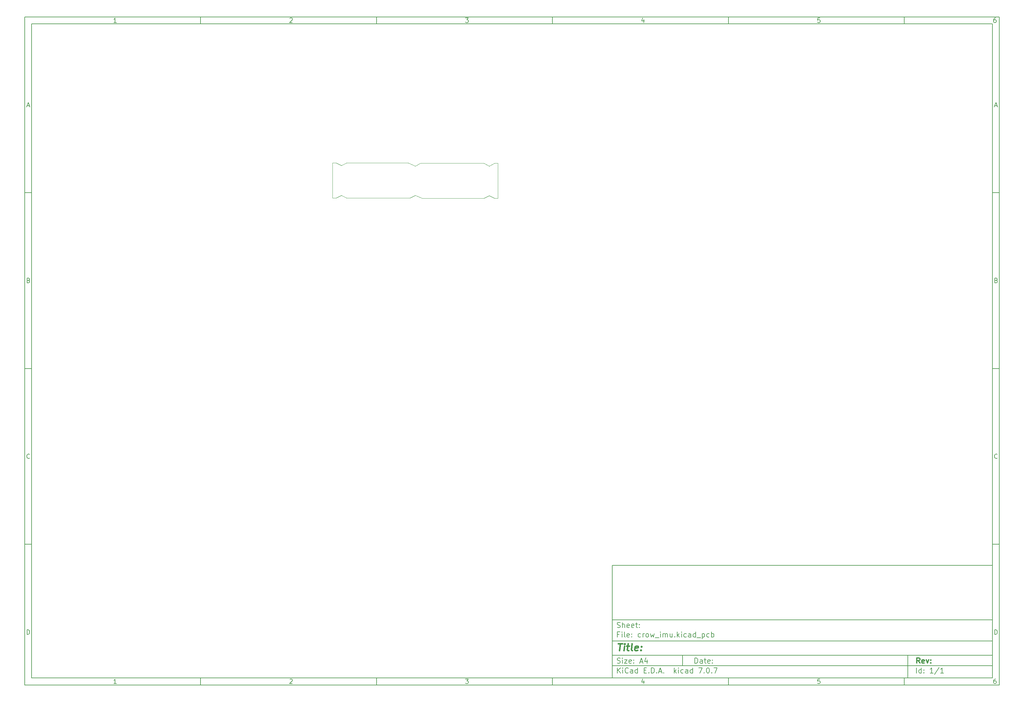
<source format=gko>
%TF.GenerationSoftware,KiCad,Pcbnew,7.0.7*%
%TF.CreationDate,2024-01-01T11:16:14+09:00*%
%TF.ProjectId,crow_imu,63726f77-5f69-46d7-952e-6b696361645f,rev?*%
%TF.SameCoordinates,Original*%
%TF.FileFunction,Profile,NP*%
%FSLAX46Y46*%
G04 Gerber Fmt 4.6, Leading zero omitted, Abs format (unit mm)*
G04 Created by KiCad (PCBNEW 7.0.7) date 2024-01-01 11:16:14*
%MOMM*%
%LPD*%
G01*
G04 APERTURE LIST*
%ADD10C,0.100000*%
%ADD11C,0.150000*%
%ADD12C,0.300000*%
%ADD13C,0.400000*%
%TA.AperFunction,Profile*%
%ADD14C,0.050000*%
%TD*%
G04 APERTURE END LIST*
D10*
D11*
X177002200Y-166007200D02*
X285002200Y-166007200D01*
X285002200Y-198007200D01*
X177002200Y-198007200D01*
X177002200Y-166007200D01*
D10*
D11*
X10000000Y-10000000D02*
X287002200Y-10000000D01*
X287002200Y-200007200D01*
X10000000Y-200007200D01*
X10000000Y-10000000D01*
D10*
D11*
X12000000Y-12000000D02*
X285002200Y-12000000D01*
X285002200Y-198007200D01*
X12000000Y-198007200D01*
X12000000Y-12000000D01*
D10*
D11*
X60000000Y-12000000D02*
X60000000Y-10000000D01*
D10*
D11*
X110000000Y-12000000D02*
X110000000Y-10000000D01*
D10*
D11*
X160000000Y-12000000D02*
X160000000Y-10000000D01*
D10*
D11*
X210000000Y-12000000D02*
X210000000Y-10000000D01*
D10*
D11*
X260000000Y-12000000D02*
X260000000Y-10000000D01*
D10*
D11*
X36089160Y-11593604D02*
X35346303Y-11593604D01*
X35717731Y-11593604D02*
X35717731Y-10293604D01*
X35717731Y-10293604D02*
X35593922Y-10479319D01*
X35593922Y-10479319D02*
X35470112Y-10603128D01*
X35470112Y-10603128D02*
X35346303Y-10665033D01*
D10*
D11*
X85346303Y-10417414D02*
X85408207Y-10355509D01*
X85408207Y-10355509D02*
X85532017Y-10293604D01*
X85532017Y-10293604D02*
X85841541Y-10293604D01*
X85841541Y-10293604D02*
X85965350Y-10355509D01*
X85965350Y-10355509D02*
X86027255Y-10417414D01*
X86027255Y-10417414D02*
X86089160Y-10541223D01*
X86089160Y-10541223D02*
X86089160Y-10665033D01*
X86089160Y-10665033D02*
X86027255Y-10850747D01*
X86027255Y-10850747D02*
X85284398Y-11593604D01*
X85284398Y-11593604D02*
X86089160Y-11593604D01*
D10*
D11*
X135284398Y-10293604D02*
X136089160Y-10293604D01*
X136089160Y-10293604D02*
X135655826Y-10788842D01*
X135655826Y-10788842D02*
X135841541Y-10788842D01*
X135841541Y-10788842D02*
X135965350Y-10850747D01*
X135965350Y-10850747D02*
X136027255Y-10912652D01*
X136027255Y-10912652D02*
X136089160Y-11036461D01*
X136089160Y-11036461D02*
X136089160Y-11345985D01*
X136089160Y-11345985D02*
X136027255Y-11469795D01*
X136027255Y-11469795D02*
X135965350Y-11531700D01*
X135965350Y-11531700D02*
X135841541Y-11593604D01*
X135841541Y-11593604D02*
X135470112Y-11593604D01*
X135470112Y-11593604D02*
X135346303Y-11531700D01*
X135346303Y-11531700D02*
X135284398Y-11469795D01*
D10*
D11*
X185965350Y-10726938D02*
X185965350Y-11593604D01*
X185655826Y-10231700D02*
X185346303Y-11160271D01*
X185346303Y-11160271D02*
X186151064Y-11160271D01*
D10*
D11*
X236027255Y-10293604D02*
X235408207Y-10293604D01*
X235408207Y-10293604D02*
X235346303Y-10912652D01*
X235346303Y-10912652D02*
X235408207Y-10850747D01*
X235408207Y-10850747D02*
X235532017Y-10788842D01*
X235532017Y-10788842D02*
X235841541Y-10788842D01*
X235841541Y-10788842D02*
X235965350Y-10850747D01*
X235965350Y-10850747D02*
X236027255Y-10912652D01*
X236027255Y-10912652D02*
X236089160Y-11036461D01*
X236089160Y-11036461D02*
X236089160Y-11345985D01*
X236089160Y-11345985D02*
X236027255Y-11469795D01*
X236027255Y-11469795D02*
X235965350Y-11531700D01*
X235965350Y-11531700D02*
X235841541Y-11593604D01*
X235841541Y-11593604D02*
X235532017Y-11593604D01*
X235532017Y-11593604D02*
X235408207Y-11531700D01*
X235408207Y-11531700D02*
X235346303Y-11469795D01*
D10*
D11*
X285965350Y-10293604D02*
X285717731Y-10293604D01*
X285717731Y-10293604D02*
X285593922Y-10355509D01*
X285593922Y-10355509D02*
X285532017Y-10417414D01*
X285532017Y-10417414D02*
X285408207Y-10603128D01*
X285408207Y-10603128D02*
X285346303Y-10850747D01*
X285346303Y-10850747D02*
X285346303Y-11345985D01*
X285346303Y-11345985D02*
X285408207Y-11469795D01*
X285408207Y-11469795D02*
X285470112Y-11531700D01*
X285470112Y-11531700D02*
X285593922Y-11593604D01*
X285593922Y-11593604D02*
X285841541Y-11593604D01*
X285841541Y-11593604D02*
X285965350Y-11531700D01*
X285965350Y-11531700D02*
X286027255Y-11469795D01*
X286027255Y-11469795D02*
X286089160Y-11345985D01*
X286089160Y-11345985D02*
X286089160Y-11036461D01*
X286089160Y-11036461D02*
X286027255Y-10912652D01*
X286027255Y-10912652D02*
X285965350Y-10850747D01*
X285965350Y-10850747D02*
X285841541Y-10788842D01*
X285841541Y-10788842D02*
X285593922Y-10788842D01*
X285593922Y-10788842D02*
X285470112Y-10850747D01*
X285470112Y-10850747D02*
X285408207Y-10912652D01*
X285408207Y-10912652D02*
X285346303Y-11036461D01*
D10*
D11*
X60000000Y-198007200D02*
X60000000Y-200007200D01*
D10*
D11*
X110000000Y-198007200D02*
X110000000Y-200007200D01*
D10*
D11*
X160000000Y-198007200D02*
X160000000Y-200007200D01*
D10*
D11*
X210000000Y-198007200D02*
X210000000Y-200007200D01*
D10*
D11*
X260000000Y-198007200D02*
X260000000Y-200007200D01*
D10*
D11*
X36089160Y-199600804D02*
X35346303Y-199600804D01*
X35717731Y-199600804D02*
X35717731Y-198300804D01*
X35717731Y-198300804D02*
X35593922Y-198486519D01*
X35593922Y-198486519D02*
X35470112Y-198610328D01*
X35470112Y-198610328D02*
X35346303Y-198672233D01*
D10*
D11*
X85346303Y-198424614D02*
X85408207Y-198362709D01*
X85408207Y-198362709D02*
X85532017Y-198300804D01*
X85532017Y-198300804D02*
X85841541Y-198300804D01*
X85841541Y-198300804D02*
X85965350Y-198362709D01*
X85965350Y-198362709D02*
X86027255Y-198424614D01*
X86027255Y-198424614D02*
X86089160Y-198548423D01*
X86089160Y-198548423D02*
X86089160Y-198672233D01*
X86089160Y-198672233D02*
X86027255Y-198857947D01*
X86027255Y-198857947D02*
X85284398Y-199600804D01*
X85284398Y-199600804D02*
X86089160Y-199600804D01*
D10*
D11*
X135284398Y-198300804D02*
X136089160Y-198300804D01*
X136089160Y-198300804D02*
X135655826Y-198796042D01*
X135655826Y-198796042D02*
X135841541Y-198796042D01*
X135841541Y-198796042D02*
X135965350Y-198857947D01*
X135965350Y-198857947D02*
X136027255Y-198919852D01*
X136027255Y-198919852D02*
X136089160Y-199043661D01*
X136089160Y-199043661D02*
X136089160Y-199353185D01*
X136089160Y-199353185D02*
X136027255Y-199476995D01*
X136027255Y-199476995D02*
X135965350Y-199538900D01*
X135965350Y-199538900D02*
X135841541Y-199600804D01*
X135841541Y-199600804D02*
X135470112Y-199600804D01*
X135470112Y-199600804D02*
X135346303Y-199538900D01*
X135346303Y-199538900D02*
X135284398Y-199476995D01*
D10*
D11*
X185965350Y-198734138D02*
X185965350Y-199600804D01*
X185655826Y-198238900D02*
X185346303Y-199167471D01*
X185346303Y-199167471D02*
X186151064Y-199167471D01*
D10*
D11*
X236027255Y-198300804D02*
X235408207Y-198300804D01*
X235408207Y-198300804D02*
X235346303Y-198919852D01*
X235346303Y-198919852D02*
X235408207Y-198857947D01*
X235408207Y-198857947D02*
X235532017Y-198796042D01*
X235532017Y-198796042D02*
X235841541Y-198796042D01*
X235841541Y-198796042D02*
X235965350Y-198857947D01*
X235965350Y-198857947D02*
X236027255Y-198919852D01*
X236027255Y-198919852D02*
X236089160Y-199043661D01*
X236089160Y-199043661D02*
X236089160Y-199353185D01*
X236089160Y-199353185D02*
X236027255Y-199476995D01*
X236027255Y-199476995D02*
X235965350Y-199538900D01*
X235965350Y-199538900D02*
X235841541Y-199600804D01*
X235841541Y-199600804D02*
X235532017Y-199600804D01*
X235532017Y-199600804D02*
X235408207Y-199538900D01*
X235408207Y-199538900D02*
X235346303Y-199476995D01*
D10*
D11*
X285965350Y-198300804D02*
X285717731Y-198300804D01*
X285717731Y-198300804D02*
X285593922Y-198362709D01*
X285593922Y-198362709D02*
X285532017Y-198424614D01*
X285532017Y-198424614D02*
X285408207Y-198610328D01*
X285408207Y-198610328D02*
X285346303Y-198857947D01*
X285346303Y-198857947D02*
X285346303Y-199353185D01*
X285346303Y-199353185D02*
X285408207Y-199476995D01*
X285408207Y-199476995D02*
X285470112Y-199538900D01*
X285470112Y-199538900D02*
X285593922Y-199600804D01*
X285593922Y-199600804D02*
X285841541Y-199600804D01*
X285841541Y-199600804D02*
X285965350Y-199538900D01*
X285965350Y-199538900D02*
X286027255Y-199476995D01*
X286027255Y-199476995D02*
X286089160Y-199353185D01*
X286089160Y-199353185D02*
X286089160Y-199043661D01*
X286089160Y-199043661D02*
X286027255Y-198919852D01*
X286027255Y-198919852D02*
X285965350Y-198857947D01*
X285965350Y-198857947D02*
X285841541Y-198796042D01*
X285841541Y-198796042D02*
X285593922Y-198796042D01*
X285593922Y-198796042D02*
X285470112Y-198857947D01*
X285470112Y-198857947D02*
X285408207Y-198919852D01*
X285408207Y-198919852D02*
X285346303Y-199043661D01*
D10*
D11*
X10000000Y-60000000D02*
X12000000Y-60000000D01*
D10*
D11*
X10000000Y-110000000D02*
X12000000Y-110000000D01*
D10*
D11*
X10000000Y-160000000D02*
X12000000Y-160000000D01*
D10*
D11*
X10690476Y-35222176D02*
X11309523Y-35222176D01*
X10566666Y-35593604D02*
X10999999Y-34293604D01*
X10999999Y-34293604D02*
X11433333Y-35593604D01*
D10*
D11*
X11092857Y-84912652D02*
X11278571Y-84974557D01*
X11278571Y-84974557D02*
X11340476Y-85036461D01*
X11340476Y-85036461D02*
X11402380Y-85160271D01*
X11402380Y-85160271D02*
X11402380Y-85345985D01*
X11402380Y-85345985D02*
X11340476Y-85469795D01*
X11340476Y-85469795D02*
X11278571Y-85531700D01*
X11278571Y-85531700D02*
X11154761Y-85593604D01*
X11154761Y-85593604D02*
X10659523Y-85593604D01*
X10659523Y-85593604D02*
X10659523Y-84293604D01*
X10659523Y-84293604D02*
X11092857Y-84293604D01*
X11092857Y-84293604D02*
X11216666Y-84355509D01*
X11216666Y-84355509D02*
X11278571Y-84417414D01*
X11278571Y-84417414D02*
X11340476Y-84541223D01*
X11340476Y-84541223D02*
X11340476Y-84665033D01*
X11340476Y-84665033D02*
X11278571Y-84788842D01*
X11278571Y-84788842D02*
X11216666Y-84850747D01*
X11216666Y-84850747D02*
X11092857Y-84912652D01*
X11092857Y-84912652D02*
X10659523Y-84912652D01*
D10*
D11*
X11402380Y-135469795D02*
X11340476Y-135531700D01*
X11340476Y-135531700D02*
X11154761Y-135593604D01*
X11154761Y-135593604D02*
X11030952Y-135593604D01*
X11030952Y-135593604D02*
X10845238Y-135531700D01*
X10845238Y-135531700D02*
X10721428Y-135407890D01*
X10721428Y-135407890D02*
X10659523Y-135284080D01*
X10659523Y-135284080D02*
X10597619Y-135036461D01*
X10597619Y-135036461D02*
X10597619Y-134850747D01*
X10597619Y-134850747D02*
X10659523Y-134603128D01*
X10659523Y-134603128D02*
X10721428Y-134479319D01*
X10721428Y-134479319D02*
X10845238Y-134355509D01*
X10845238Y-134355509D02*
X11030952Y-134293604D01*
X11030952Y-134293604D02*
X11154761Y-134293604D01*
X11154761Y-134293604D02*
X11340476Y-134355509D01*
X11340476Y-134355509D02*
X11402380Y-134417414D01*
D10*
D11*
X10659523Y-185593604D02*
X10659523Y-184293604D01*
X10659523Y-184293604D02*
X10969047Y-184293604D01*
X10969047Y-184293604D02*
X11154761Y-184355509D01*
X11154761Y-184355509D02*
X11278571Y-184479319D01*
X11278571Y-184479319D02*
X11340476Y-184603128D01*
X11340476Y-184603128D02*
X11402380Y-184850747D01*
X11402380Y-184850747D02*
X11402380Y-185036461D01*
X11402380Y-185036461D02*
X11340476Y-185284080D01*
X11340476Y-185284080D02*
X11278571Y-185407890D01*
X11278571Y-185407890D02*
X11154761Y-185531700D01*
X11154761Y-185531700D02*
X10969047Y-185593604D01*
X10969047Y-185593604D02*
X10659523Y-185593604D01*
D10*
D11*
X287002200Y-60000000D02*
X285002200Y-60000000D01*
D10*
D11*
X287002200Y-110000000D02*
X285002200Y-110000000D01*
D10*
D11*
X287002200Y-160000000D02*
X285002200Y-160000000D01*
D10*
D11*
X285692676Y-35222176D02*
X286311723Y-35222176D01*
X285568866Y-35593604D02*
X286002199Y-34293604D01*
X286002199Y-34293604D02*
X286435533Y-35593604D01*
D10*
D11*
X286095057Y-84912652D02*
X286280771Y-84974557D01*
X286280771Y-84974557D02*
X286342676Y-85036461D01*
X286342676Y-85036461D02*
X286404580Y-85160271D01*
X286404580Y-85160271D02*
X286404580Y-85345985D01*
X286404580Y-85345985D02*
X286342676Y-85469795D01*
X286342676Y-85469795D02*
X286280771Y-85531700D01*
X286280771Y-85531700D02*
X286156961Y-85593604D01*
X286156961Y-85593604D02*
X285661723Y-85593604D01*
X285661723Y-85593604D02*
X285661723Y-84293604D01*
X285661723Y-84293604D02*
X286095057Y-84293604D01*
X286095057Y-84293604D02*
X286218866Y-84355509D01*
X286218866Y-84355509D02*
X286280771Y-84417414D01*
X286280771Y-84417414D02*
X286342676Y-84541223D01*
X286342676Y-84541223D02*
X286342676Y-84665033D01*
X286342676Y-84665033D02*
X286280771Y-84788842D01*
X286280771Y-84788842D02*
X286218866Y-84850747D01*
X286218866Y-84850747D02*
X286095057Y-84912652D01*
X286095057Y-84912652D02*
X285661723Y-84912652D01*
D10*
D11*
X286404580Y-135469795D02*
X286342676Y-135531700D01*
X286342676Y-135531700D02*
X286156961Y-135593604D01*
X286156961Y-135593604D02*
X286033152Y-135593604D01*
X286033152Y-135593604D02*
X285847438Y-135531700D01*
X285847438Y-135531700D02*
X285723628Y-135407890D01*
X285723628Y-135407890D02*
X285661723Y-135284080D01*
X285661723Y-135284080D02*
X285599819Y-135036461D01*
X285599819Y-135036461D02*
X285599819Y-134850747D01*
X285599819Y-134850747D02*
X285661723Y-134603128D01*
X285661723Y-134603128D02*
X285723628Y-134479319D01*
X285723628Y-134479319D02*
X285847438Y-134355509D01*
X285847438Y-134355509D02*
X286033152Y-134293604D01*
X286033152Y-134293604D02*
X286156961Y-134293604D01*
X286156961Y-134293604D02*
X286342676Y-134355509D01*
X286342676Y-134355509D02*
X286404580Y-134417414D01*
D10*
D11*
X285661723Y-185593604D02*
X285661723Y-184293604D01*
X285661723Y-184293604D02*
X285971247Y-184293604D01*
X285971247Y-184293604D02*
X286156961Y-184355509D01*
X286156961Y-184355509D02*
X286280771Y-184479319D01*
X286280771Y-184479319D02*
X286342676Y-184603128D01*
X286342676Y-184603128D02*
X286404580Y-184850747D01*
X286404580Y-184850747D02*
X286404580Y-185036461D01*
X286404580Y-185036461D02*
X286342676Y-185284080D01*
X286342676Y-185284080D02*
X286280771Y-185407890D01*
X286280771Y-185407890D02*
X286156961Y-185531700D01*
X286156961Y-185531700D02*
X285971247Y-185593604D01*
X285971247Y-185593604D02*
X285661723Y-185593604D01*
D10*
D11*
X200458026Y-193793328D02*
X200458026Y-192293328D01*
X200458026Y-192293328D02*
X200815169Y-192293328D01*
X200815169Y-192293328D02*
X201029455Y-192364757D01*
X201029455Y-192364757D02*
X201172312Y-192507614D01*
X201172312Y-192507614D02*
X201243741Y-192650471D01*
X201243741Y-192650471D02*
X201315169Y-192936185D01*
X201315169Y-192936185D02*
X201315169Y-193150471D01*
X201315169Y-193150471D02*
X201243741Y-193436185D01*
X201243741Y-193436185D02*
X201172312Y-193579042D01*
X201172312Y-193579042D02*
X201029455Y-193721900D01*
X201029455Y-193721900D02*
X200815169Y-193793328D01*
X200815169Y-193793328D02*
X200458026Y-193793328D01*
X202600884Y-193793328D02*
X202600884Y-193007614D01*
X202600884Y-193007614D02*
X202529455Y-192864757D01*
X202529455Y-192864757D02*
X202386598Y-192793328D01*
X202386598Y-192793328D02*
X202100884Y-192793328D01*
X202100884Y-192793328D02*
X201958026Y-192864757D01*
X202600884Y-193721900D02*
X202458026Y-193793328D01*
X202458026Y-193793328D02*
X202100884Y-193793328D01*
X202100884Y-193793328D02*
X201958026Y-193721900D01*
X201958026Y-193721900D02*
X201886598Y-193579042D01*
X201886598Y-193579042D02*
X201886598Y-193436185D01*
X201886598Y-193436185D02*
X201958026Y-193293328D01*
X201958026Y-193293328D02*
X202100884Y-193221900D01*
X202100884Y-193221900D02*
X202458026Y-193221900D01*
X202458026Y-193221900D02*
X202600884Y-193150471D01*
X203100884Y-192793328D02*
X203672312Y-192793328D01*
X203315169Y-192293328D02*
X203315169Y-193579042D01*
X203315169Y-193579042D02*
X203386598Y-193721900D01*
X203386598Y-193721900D02*
X203529455Y-193793328D01*
X203529455Y-193793328D02*
X203672312Y-193793328D01*
X204743741Y-193721900D02*
X204600884Y-193793328D01*
X204600884Y-193793328D02*
X204315170Y-193793328D01*
X204315170Y-193793328D02*
X204172312Y-193721900D01*
X204172312Y-193721900D02*
X204100884Y-193579042D01*
X204100884Y-193579042D02*
X204100884Y-193007614D01*
X204100884Y-193007614D02*
X204172312Y-192864757D01*
X204172312Y-192864757D02*
X204315170Y-192793328D01*
X204315170Y-192793328D02*
X204600884Y-192793328D01*
X204600884Y-192793328D02*
X204743741Y-192864757D01*
X204743741Y-192864757D02*
X204815170Y-193007614D01*
X204815170Y-193007614D02*
X204815170Y-193150471D01*
X204815170Y-193150471D02*
X204100884Y-193293328D01*
X205458026Y-193650471D02*
X205529455Y-193721900D01*
X205529455Y-193721900D02*
X205458026Y-193793328D01*
X205458026Y-193793328D02*
X205386598Y-193721900D01*
X205386598Y-193721900D02*
X205458026Y-193650471D01*
X205458026Y-193650471D02*
X205458026Y-193793328D01*
X205458026Y-192864757D02*
X205529455Y-192936185D01*
X205529455Y-192936185D02*
X205458026Y-193007614D01*
X205458026Y-193007614D02*
X205386598Y-192936185D01*
X205386598Y-192936185D02*
X205458026Y-192864757D01*
X205458026Y-192864757D02*
X205458026Y-193007614D01*
D10*
D11*
X177002200Y-194507200D02*
X285002200Y-194507200D01*
D10*
D11*
X178458026Y-196593328D02*
X178458026Y-195093328D01*
X179315169Y-196593328D02*
X178672312Y-195736185D01*
X179315169Y-195093328D02*
X178458026Y-195950471D01*
X179958026Y-196593328D02*
X179958026Y-195593328D01*
X179958026Y-195093328D02*
X179886598Y-195164757D01*
X179886598Y-195164757D02*
X179958026Y-195236185D01*
X179958026Y-195236185D02*
X180029455Y-195164757D01*
X180029455Y-195164757D02*
X179958026Y-195093328D01*
X179958026Y-195093328D02*
X179958026Y-195236185D01*
X181529455Y-196450471D02*
X181458027Y-196521900D01*
X181458027Y-196521900D02*
X181243741Y-196593328D01*
X181243741Y-196593328D02*
X181100884Y-196593328D01*
X181100884Y-196593328D02*
X180886598Y-196521900D01*
X180886598Y-196521900D02*
X180743741Y-196379042D01*
X180743741Y-196379042D02*
X180672312Y-196236185D01*
X180672312Y-196236185D02*
X180600884Y-195950471D01*
X180600884Y-195950471D02*
X180600884Y-195736185D01*
X180600884Y-195736185D02*
X180672312Y-195450471D01*
X180672312Y-195450471D02*
X180743741Y-195307614D01*
X180743741Y-195307614D02*
X180886598Y-195164757D01*
X180886598Y-195164757D02*
X181100884Y-195093328D01*
X181100884Y-195093328D02*
X181243741Y-195093328D01*
X181243741Y-195093328D02*
X181458027Y-195164757D01*
X181458027Y-195164757D02*
X181529455Y-195236185D01*
X182815170Y-196593328D02*
X182815170Y-195807614D01*
X182815170Y-195807614D02*
X182743741Y-195664757D01*
X182743741Y-195664757D02*
X182600884Y-195593328D01*
X182600884Y-195593328D02*
X182315170Y-195593328D01*
X182315170Y-195593328D02*
X182172312Y-195664757D01*
X182815170Y-196521900D02*
X182672312Y-196593328D01*
X182672312Y-196593328D02*
X182315170Y-196593328D01*
X182315170Y-196593328D02*
X182172312Y-196521900D01*
X182172312Y-196521900D02*
X182100884Y-196379042D01*
X182100884Y-196379042D02*
X182100884Y-196236185D01*
X182100884Y-196236185D02*
X182172312Y-196093328D01*
X182172312Y-196093328D02*
X182315170Y-196021900D01*
X182315170Y-196021900D02*
X182672312Y-196021900D01*
X182672312Y-196021900D02*
X182815170Y-195950471D01*
X184172313Y-196593328D02*
X184172313Y-195093328D01*
X184172313Y-196521900D02*
X184029455Y-196593328D01*
X184029455Y-196593328D02*
X183743741Y-196593328D01*
X183743741Y-196593328D02*
X183600884Y-196521900D01*
X183600884Y-196521900D02*
X183529455Y-196450471D01*
X183529455Y-196450471D02*
X183458027Y-196307614D01*
X183458027Y-196307614D02*
X183458027Y-195879042D01*
X183458027Y-195879042D02*
X183529455Y-195736185D01*
X183529455Y-195736185D02*
X183600884Y-195664757D01*
X183600884Y-195664757D02*
X183743741Y-195593328D01*
X183743741Y-195593328D02*
X184029455Y-195593328D01*
X184029455Y-195593328D02*
X184172313Y-195664757D01*
X186029455Y-195807614D02*
X186529455Y-195807614D01*
X186743741Y-196593328D02*
X186029455Y-196593328D01*
X186029455Y-196593328D02*
X186029455Y-195093328D01*
X186029455Y-195093328D02*
X186743741Y-195093328D01*
X187386598Y-196450471D02*
X187458027Y-196521900D01*
X187458027Y-196521900D02*
X187386598Y-196593328D01*
X187386598Y-196593328D02*
X187315170Y-196521900D01*
X187315170Y-196521900D02*
X187386598Y-196450471D01*
X187386598Y-196450471D02*
X187386598Y-196593328D01*
X188100884Y-196593328D02*
X188100884Y-195093328D01*
X188100884Y-195093328D02*
X188458027Y-195093328D01*
X188458027Y-195093328D02*
X188672313Y-195164757D01*
X188672313Y-195164757D02*
X188815170Y-195307614D01*
X188815170Y-195307614D02*
X188886599Y-195450471D01*
X188886599Y-195450471D02*
X188958027Y-195736185D01*
X188958027Y-195736185D02*
X188958027Y-195950471D01*
X188958027Y-195950471D02*
X188886599Y-196236185D01*
X188886599Y-196236185D02*
X188815170Y-196379042D01*
X188815170Y-196379042D02*
X188672313Y-196521900D01*
X188672313Y-196521900D02*
X188458027Y-196593328D01*
X188458027Y-196593328D02*
X188100884Y-196593328D01*
X189600884Y-196450471D02*
X189672313Y-196521900D01*
X189672313Y-196521900D02*
X189600884Y-196593328D01*
X189600884Y-196593328D02*
X189529456Y-196521900D01*
X189529456Y-196521900D02*
X189600884Y-196450471D01*
X189600884Y-196450471D02*
X189600884Y-196593328D01*
X190243742Y-196164757D02*
X190958028Y-196164757D01*
X190100885Y-196593328D02*
X190600885Y-195093328D01*
X190600885Y-195093328D02*
X191100885Y-196593328D01*
X191600884Y-196450471D02*
X191672313Y-196521900D01*
X191672313Y-196521900D02*
X191600884Y-196593328D01*
X191600884Y-196593328D02*
X191529456Y-196521900D01*
X191529456Y-196521900D02*
X191600884Y-196450471D01*
X191600884Y-196450471D02*
X191600884Y-196593328D01*
X194600884Y-196593328D02*
X194600884Y-195093328D01*
X194743742Y-196021900D02*
X195172313Y-196593328D01*
X195172313Y-195593328D02*
X194600884Y-196164757D01*
X195815170Y-196593328D02*
X195815170Y-195593328D01*
X195815170Y-195093328D02*
X195743742Y-195164757D01*
X195743742Y-195164757D02*
X195815170Y-195236185D01*
X195815170Y-195236185D02*
X195886599Y-195164757D01*
X195886599Y-195164757D02*
X195815170Y-195093328D01*
X195815170Y-195093328D02*
X195815170Y-195236185D01*
X197172314Y-196521900D02*
X197029456Y-196593328D01*
X197029456Y-196593328D02*
X196743742Y-196593328D01*
X196743742Y-196593328D02*
X196600885Y-196521900D01*
X196600885Y-196521900D02*
X196529456Y-196450471D01*
X196529456Y-196450471D02*
X196458028Y-196307614D01*
X196458028Y-196307614D02*
X196458028Y-195879042D01*
X196458028Y-195879042D02*
X196529456Y-195736185D01*
X196529456Y-195736185D02*
X196600885Y-195664757D01*
X196600885Y-195664757D02*
X196743742Y-195593328D01*
X196743742Y-195593328D02*
X197029456Y-195593328D01*
X197029456Y-195593328D02*
X197172314Y-195664757D01*
X198458028Y-196593328D02*
X198458028Y-195807614D01*
X198458028Y-195807614D02*
X198386599Y-195664757D01*
X198386599Y-195664757D02*
X198243742Y-195593328D01*
X198243742Y-195593328D02*
X197958028Y-195593328D01*
X197958028Y-195593328D02*
X197815170Y-195664757D01*
X198458028Y-196521900D02*
X198315170Y-196593328D01*
X198315170Y-196593328D02*
X197958028Y-196593328D01*
X197958028Y-196593328D02*
X197815170Y-196521900D01*
X197815170Y-196521900D02*
X197743742Y-196379042D01*
X197743742Y-196379042D02*
X197743742Y-196236185D01*
X197743742Y-196236185D02*
X197815170Y-196093328D01*
X197815170Y-196093328D02*
X197958028Y-196021900D01*
X197958028Y-196021900D02*
X198315170Y-196021900D01*
X198315170Y-196021900D02*
X198458028Y-195950471D01*
X199815171Y-196593328D02*
X199815171Y-195093328D01*
X199815171Y-196521900D02*
X199672313Y-196593328D01*
X199672313Y-196593328D02*
X199386599Y-196593328D01*
X199386599Y-196593328D02*
X199243742Y-196521900D01*
X199243742Y-196521900D02*
X199172313Y-196450471D01*
X199172313Y-196450471D02*
X199100885Y-196307614D01*
X199100885Y-196307614D02*
X199100885Y-195879042D01*
X199100885Y-195879042D02*
X199172313Y-195736185D01*
X199172313Y-195736185D02*
X199243742Y-195664757D01*
X199243742Y-195664757D02*
X199386599Y-195593328D01*
X199386599Y-195593328D02*
X199672313Y-195593328D01*
X199672313Y-195593328D02*
X199815171Y-195664757D01*
X201529456Y-195093328D02*
X202529456Y-195093328D01*
X202529456Y-195093328D02*
X201886599Y-196593328D01*
X203100884Y-196450471D02*
X203172313Y-196521900D01*
X203172313Y-196521900D02*
X203100884Y-196593328D01*
X203100884Y-196593328D02*
X203029456Y-196521900D01*
X203029456Y-196521900D02*
X203100884Y-196450471D01*
X203100884Y-196450471D02*
X203100884Y-196593328D01*
X204100885Y-195093328D02*
X204243742Y-195093328D01*
X204243742Y-195093328D02*
X204386599Y-195164757D01*
X204386599Y-195164757D02*
X204458028Y-195236185D01*
X204458028Y-195236185D02*
X204529456Y-195379042D01*
X204529456Y-195379042D02*
X204600885Y-195664757D01*
X204600885Y-195664757D02*
X204600885Y-196021900D01*
X204600885Y-196021900D02*
X204529456Y-196307614D01*
X204529456Y-196307614D02*
X204458028Y-196450471D01*
X204458028Y-196450471D02*
X204386599Y-196521900D01*
X204386599Y-196521900D02*
X204243742Y-196593328D01*
X204243742Y-196593328D02*
X204100885Y-196593328D01*
X204100885Y-196593328D02*
X203958028Y-196521900D01*
X203958028Y-196521900D02*
X203886599Y-196450471D01*
X203886599Y-196450471D02*
X203815170Y-196307614D01*
X203815170Y-196307614D02*
X203743742Y-196021900D01*
X203743742Y-196021900D02*
X203743742Y-195664757D01*
X203743742Y-195664757D02*
X203815170Y-195379042D01*
X203815170Y-195379042D02*
X203886599Y-195236185D01*
X203886599Y-195236185D02*
X203958028Y-195164757D01*
X203958028Y-195164757D02*
X204100885Y-195093328D01*
X205243741Y-196450471D02*
X205315170Y-196521900D01*
X205315170Y-196521900D02*
X205243741Y-196593328D01*
X205243741Y-196593328D02*
X205172313Y-196521900D01*
X205172313Y-196521900D02*
X205243741Y-196450471D01*
X205243741Y-196450471D02*
X205243741Y-196593328D01*
X205815170Y-195093328D02*
X206815170Y-195093328D01*
X206815170Y-195093328D02*
X206172313Y-196593328D01*
D10*
D11*
X177002200Y-191507200D02*
X285002200Y-191507200D01*
D10*
D12*
X264413853Y-193785528D02*
X263913853Y-193071242D01*
X263556710Y-193785528D02*
X263556710Y-192285528D01*
X263556710Y-192285528D02*
X264128139Y-192285528D01*
X264128139Y-192285528D02*
X264270996Y-192356957D01*
X264270996Y-192356957D02*
X264342425Y-192428385D01*
X264342425Y-192428385D02*
X264413853Y-192571242D01*
X264413853Y-192571242D02*
X264413853Y-192785528D01*
X264413853Y-192785528D02*
X264342425Y-192928385D01*
X264342425Y-192928385D02*
X264270996Y-192999814D01*
X264270996Y-192999814D02*
X264128139Y-193071242D01*
X264128139Y-193071242D02*
X263556710Y-193071242D01*
X265628139Y-193714100D02*
X265485282Y-193785528D01*
X265485282Y-193785528D02*
X265199568Y-193785528D01*
X265199568Y-193785528D02*
X265056710Y-193714100D01*
X265056710Y-193714100D02*
X264985282Y-193571242D01*
X264985282Y-193571242D02*
X264985282Y-192999814D01*
X264985282Y-192999814D02*
X265056710Y-192856957D01*
X265056710Y-192856957D02*
X265199568Y-192785528D01*
X265199568Y-192785528D02*
X265485282Y-192785528D01*
X265485282Y-192785528D02*
X265628139Y-192856957D01*
X265628139Y-192856957D02*
X265699568Y-192999814D01*
X265699568Y-192999814D02*
X265699568Y-193142671D01*
X265699568Y-193142671D02*
X264985282Y-193285528D01*
X266199567Y-192785528D02*
X266556710Y-193785528D01*
X266556710Y-193785528D02*
X266913853Y-192785528D01*
X267485281Y-193642671D02*
X267556710Y-193714100D01*
X267556710Y-193714100D02*
X267485281Y-193785528D01*
X267485281Y-193785528D02*
X267413853Y-193714100D01*
X267413853Y-193714100D02*
X267485281Y-193642671D01*
X267485281Y-193642671D02*
X267485281Y-193785528D01*
X267485281Y-192856957D02*
X267556710Y-192928385D01*
X267556710Y-192928385D02*
X267485281Y-192999814D01*
X267485281Y-192999814D02*
X267413853Y-192928385D01*
X267413853Y-192928385D02*
X267485281Y-192856957D01*
X267485281Y-192856957D02*
X267485281Y-192999814D01*
D10*
D11*
X178386598Y-193721900D02*
X178600884Y-193793328D01*
X178600884Y-193793328D02*
X178958026Y-193793328D01*
X178958026Y-193793328D02*
X179100884Y-193721900D01*
X179100884Y-193721900D02*
X179172312Y-193650471D01*
X179172312Y-193650471D02*
X179243741Y-193507614D01*
X179243741Y-193507614D02*
X179243741Y-193364757D01*
X179243741Y-193364757D02*
X179172312Y-193221900D01*
X179172312Y-193221900D02*
X179100884Y-193150471D01*
X179100884Y-193150471D02*
X178958026Y-193079042D01*
X178958026Y-193079042D02*
X178672312Y-193007614D01*
X178672312Y-193007614D02*
X178529455Y-192936185D01*
X178529455Y-192936185D02*
X178458026Y-192864757D01*
X178458026Y-192864757D02*
X178386598Y-192721900D01*
X178386598Y-192721900D02*
X178386598Y-192579042D01*
X178386598Y-192579042D02*
X178458026Y-192436185D01*
X178458026Y-192436185D02*
X178529455Y-192364757D01*
X178529455Y-192364757D02*
X178672312Y-192293328D01*
X178672312Y-192293328D02*
X179029455Y-192293328D01*
X179029455Y-192293328D02*
X179243741Y-192364757D01*
X179886597Y-193793328D02*
X179886597Y-192793328D01*
X179886597Y-192293328D02*
X179815169Y-192364757D01*
X179815169Y-192364757D02*
X179886597Y-192436185D01*
X179886597Y-192436185D02*
X179958026Y-192364757D01*
X179958026Y-192364757D02*
X179886597Y-192293328D01*
X179886597Y-192293328D02*
X179886597Y-192436185D01*
X180458026Y-192793328D02*
X181243741Y-192793328D01*
X181243741Y-192793328D02*
X180458026Y-193793328D01*
X180458026Y-193793328D02*
X181243741Y-193793328D01*
X182386598Y-193721900D02*
X182243741Y-193793328D01*
X182243741Y-193793328D02*
X181958027Y-193793328D01*
X181958027Y-193793328D02*
X181815169Y-193721900D01*
X181815169Y-193721900D02*
X181743741Y-193579042D01*
X181743741Y-193579042D02*
X181743741Y-193007614D01*
X181743741Y-193007614D02*
X181815169Y-192864757D01*
X181815169Y-192864757D02*
X181958027Y-192793328D01*
X181958027Y-192793328D02*
X182243741Y-192793328D01*
X182243741Y-192793328D02*
X182386598Y-192864757D01*
X182386598Y-192864757D02*
X182458027Y-193007614D01*
X182458027Y-193007614D02*
X182458027Y-193150471D01*
X182458027Y-193150471D02*
X181743741Y-193293328D01*
X183100883Y-193650471D02*
X183172312Y-193721900D01*
X183172312Y-193721900D02*
X183100883Y-193793328D01*
X183100883Y-193793328D02*
X183029455Y-193721900D01*
X183029455Y-193721900D02*
X183100883Y-193650471D01*
X183100883Y-193650471D02*
X183100883Y-193793328D01*
X183100883Y-192864757D02*
X183172312Y-192936185D01*
X183172312Y-192936185D02*
X183100883Y-193007614D01*
X183100883Y-193007614D02*
X183029455Y-192936185D01*
X183029455Y-192936185D02*
X183100883Y-192864757D01*
X183100883Y-192864757D02*
X183100883Y-193007614D01*
X184886598Y-193364757D02*
X185600884Y-193364757D01*
X184743741Y-193793328D02*
X185243741Y-192293328D01*
X185243741Y-192293328D02*
X185743741Y-193793328D01*
X186886598Y-192793328D02*
X186886598Y-193793328D01*
X186529455Y-192221900D02*
X186172312Y-193293328D01*
X186172312Y-193293328D02*
X187100883Y-193293328D01*
D10*
D11*
X263458026Y-196593328D02*
X263458026Y-195093328D01*
X264815170Y-196593328D02*
X264815170Y-195093328D01*
X264815170Y-196521900D02*
X264672312Y-196593328D01*
X264672312Y-196593328D02*
X264386598Y-196593328D01*
X264386598Y-196593328D02*
X264243741Y-196521900D01*
X264243741Y-196521900D02*
X264172312Y-196450471D01*
X264172312Y-196450471D02*
X264100884Y-196307614D01*
X264100884Y-196307614D02*
X264100884Y-195879042D01*
X264100884Y-195879042D02*
X264172312Y-195736185D01*
X264172312Y-195736185D02*
X264243741Y-195664757D01*
X264243741Y-195664757D02*
X264386598Y-195593328D01*
X264386598Y-195593328D02*
X264672312Y-195593328D01*
X264672312Y-195593328D02*
X264815170Y-195664757D01*
X265529455Y-196450471D02*
X265600884Y-196521900D01*
X265600884Y-196521900D02*
X265529455Y-196593328D01*
X265529455Y-196593328D02*
X265458027Y-196521900D01*
X265458027Y-196521900D02*
X265529455Y-196450471D01*
X265529455Y-196450471D02*
X265529455Y-196593328D01*
X265529455Y-195664757D02*
X265600884Y-195736185D01*
X265600884Y-195736185D02*
X265529455Y-195807614D01*
X265529455Y-195807614D02*
X265458027Y-195736185D01*
X265458027Y-195736185D02*
X265529455Y-195664757D01*
X265529455Y-195664757D02*
X265529455Y-195807614D01*
X268172313Y-196593328D02*
X267315170Y-196593328D01*
X267743741Y-196593328D02*
X267743741Y-195093328D01*
X267743741Y-195093328D02*
X267600884Y-195307614D01*
X267600884Y-195307614D02*
X267458027Y-195450471D01*
X267458027Y-195450471D02*
X267315170Y-195521900D01*
X269886598Y-195021900D02*
X268600884Y-196950471D01*
X271172313Y-196593328D02*
X270315170Y-196593328D01*
X270743741Y-196593328D02*
X270743741Y-195093328D01*
X270743741Y-195093328D02*
X270600884Y-195307614D01*
X270600884Y-195307614D02*
X270458027Y-195450471D01*
X270458027Y-195450471D02*
X270315170Y-195521900D01*
D10*
D11*
X177002200Y-187507200D02*
X285002200Y-187507200D01*
D10*
D13*
X178693928Y-188211638D02*
X179836785Y-188211638D01*
X179015357Y-190211638D02*
X179265357Y-188211638D01*
X180253452Y-190211638D02*
X180420119Y-188878304D01*
X180503452Y-188211638D02*
X180396309Y-188306876D01*
X180396309Y-188306876D02*
X180479643Y-188402114D01*
X180479643Y-188402114D02*
X180586786Y-188306876D01*
X180586786Y-188306876D02*
X180503452Y-188211638D01*
X180503452Y-188211638D02*
X180479643Y-188402114D01*
X181086786Y-188878304D02*
X181848690Y-188878304D01*
X181455833Y-188211638D02*
X181241548Y-189925923D01*
X181241548Y-189925923D02*
X181312976Y-190116400D01*
X181312976Y-190116400D02*
X181491548Y-190211638D01*
X181491548Y-190211638D02*
X181682024Y-190211638D01*
X182634405Y-190211638D02*
X182455833Y-190116400D01*
X182455833Y-190116400D02*
X182384405Y-189925923D01*
X182384405Y-189925923D02*
X182598690Y-188211638D01*
X184170119Y-190116400D02*
X183967738Y-190211638D01*
X183967738Y-190211638D02*
X183586785Y-190211638D01*
X183586785Y-190211638D02*
X183408214Y-190116400D01*
X183408214Y-190116400D02*
X183336785Y-189925923D01*
X183336785Y-189925923D02*
X183432024Y-189164019D01*
X183432024Y-189164019D02*
X183551071Y-188973542D01*
X183551071Y-188973542D02*
X183753452Y-188878304D01*
X183753452Y-188878304D02*
X184134404Y-188878304D01*
X184134404Y-188878304D02*
X184312976Y-188973542D01*
X184312976Y-188973542D02*
X184384404Y-189164019D01*
X184384404Y-189164019D02*
X184360595Y-189354495D01*
X184360595Y-189354495D02*
X183384404Y-189544971D01*
X185134405Y-190021161D02*
X185217738Y-190116400D01*
X185217738Y-190116400D02*
X185110595Y-190211638D01*
X185110595Y-190211638D02*
X185027262Y-190116400D01*
X185027262Y-190116400D02*
X185134405Y-190021161D01*
X185134405Y-190021161D02*
X185110595Y-190211638D01*
X185265357Y-188973542D02*
X185348690Y-189068780D01*
X185348690Y-189068780D02*
X185241548Y-189164019D01*
X185241548Y-189164019D02*
X185158214Y-189068780D01*
X185158214Y-189068780D02*
X185265357Y-188973542D01*
X185265357Y-188973542D02*
X185241548Y-189164019D01*
D10*
D11*
X178958026Y-185607614D02*
X178458026Y-185607614D01*
X178458026Y-186393328D02*
X178458026Y-184893328D01*
X178458026Y-184893328D02*
X179172312Y-184893328D01*
X179743740Y-186393328D02*
X179743740Y-185393328D01*
X179743740Y-184893328D02*
X179672312Y-184964757D01*
X179672312Y-184964757D02*
X179743740Y-185036185D01*
X179743740Y-185036185D02*
X179815169Y-184964757D01*
X179815169Y-184964757D02*
X179743740Y-184893328D01*
X179743740Y-184893328D02*
X179743740Y-185036185D01*
X180672312Y-186393328D02*
X180529455Y-186321900D01*
X180529455Y-186321900D02*
X180458026Y-186179042D01*
X180458026Y-186179042D02*
X180458026Y-184893328D01*
X181815169Y-186321900D02*
X181672312Y-186393328D01*
X181672312Y-186393328D02*
X181386598Y-186393328D01*
X181386598Y-186393328D02*
X181243740Y-186321900D01*
X181243740Y-186321900D02*
X181172312Y-186179042D01*
X181172312Y-186179042D02*
X181172312Y-185607614D01*
X181172312Y-185607614D02*
X181243740Y-185464757D01*
X181243740Y-185464757D02*
X181386598Y-185393328D01*
X181386598Y-185393328D02*
X181672312Y-185393328D01*
X181672312Y-185393328D02*
X181815169Y-185464757D01*
X181815169Y-185464757D02*
X181886598Y-185607614D01*
X181886598Y-185607614D02*
X181886598Y-185750471D01*
X181886598Y-185750471D02*
X181172312Y-185893328D01*
X182529454Y-186250471D02*
X182600883Y-186321900D01*
X182600883Y-186321900D02*
X182529454Y-186393328D01*
X182529454Y-186393328D02*
X182458026Y-186321900D01*
X182458026Y-186321900D02*
X182529454Y-186250471D01*
X182529454Y-186250471D02*
X182529454Y-186393328D01*
X182529454Y-185464757D02*
X182600883Y-185536185D01*
X182600883Y-185536185D02*
X182529454Y-185607614D01*
X182529454Y-185607614D02*
X182458026Y-185536185D01*
X182458026Y-185536185D02*
X182529454Y-185464757D01*
X182529454Y-185464757D02*
X182529454Y-185607614D01*
X185029455Y-186321900D02*
X184886597Y-186393328D01*
X184886597Y-186393328D02*
X184600883Y-186393328D01*
X184600883Y-186393328D02*
X184458026Y-186321900D01*
X184458026Y-186321900D02*
X184386597Y-186250471D01*
X184386597Y-186250471D02*
X184315169Y-186107614D01*
X184315169Y-186107614D02*
X184315169Y-185679042D01*
X184315169Y-185679042D02*
X184386597Y-185536185D01*
X184386597Y-185536185D02*
X184458026Y-185464757D01*
X184458026Y-185464757D02*
X184600883Y-185393328D01*
X184600883Y-185393328D02*
X184886597Y-185393328D01*
X184886597Y-185393328D02*
X185029455Y-185464757D01*
X185672311Y-186393328D02*
X185672311Y-185393328D01*
X185672311Y-185679042D02*
X185743740Y-185536185D01*
X185743740Y-185536185D02*
X185815169Y-185464757D01*
X185815169Y-185464757D02*
X185958026Y-185393328D01*
X185958026Y-185393328D02*
X186100883Y-185393328D01*
X186815168Y-186393328D02*
X186672311Y-186321900D01*
X186672311Y-186321900D02*
X186600882Y-186250471D01*
X186600882Y-186250471D02*
X186529454Y-186107614D01*
X186529454Y-186107614D02*
X186529454Y-185679042D01*
X186529454Y-185679042D02*
X186600882Y-185536185D01*
X186600882Y-185536185D02*
X186672311Y-185464757D01*
X186672311Y-185464757D02*
X186815168Y-185393328D01*
X186815168Y-185393328D02*
X187029454Y-185393328D01*
X187029454Y-185393328D02*
X187172311Y-185464757D01*
X187172311Y-185464757D02*
X187243740Y-185536185D01*
X187243740Y-185536185D02*
X187315168Y-185679042D01*
X187315168Y-185679042D02*
X187315168Y-186107614D01*
X187315168Y-186107614D02*
X187243740Y-186250471D01*
X187243740Y-186250471D02*
X187172311Y-186321900D01*
X187172311Y-186321900D02*
X187029454Y-186393328D01*
X187029454Y-186393328D02*
X186815168Y-186393328D01*
X187815168Y-185393328D02*
X188100883Y-186393328D01*
X188100883Y-186393328D02*
X188386597Y-185679042D01*
X188386597Y-185679042D02*
X188672311Y-186393328D01*
X188672311Y-186393328D02*
X188958025Y-185393328D01*
X189172312Y-186536185D02*
X190315169Y-186536185D01*
X190672311Y-186393328D02*
X190672311Y-185393328D01*
X190672311Y-184893328D02*
X190600883Y-184964757D01*
X190600883Y-184964757D02*
X190672311Y-185036185D01*
X190672311Y-185036185D02*
X190743740Y-184964757D01*
X190743740Y-184964757D02*
X190672311Y-184893328D01*
X190672311Y-184893328D02*
X190672311Y-185036185D01*
X191386597Y-186393328D02*
X191386597Y-185393328D01*
X191386597Y-185536185D02*
X191458026Y-185464757D01*
X191458026Y-185464757D02*
X191600883Y-185393328D01*
X191600883Y-185393328D02*
X191815169Y-185393328D01*
X191815169Y-185393328D02*
X191958026Y-185464757D01*
X191958026Y-185464757D02*
X192029455Y-185607614D01*
X192029455Y-185607614D02*
X192029455Y-186393328D01*
X192029455Y-185607614D02*
X192100883Y-185464757D01*
X192100883Y-185464757D02*
X192243740Y-185393328D01*
X192243740Y-185393328D02*
X192458026Y-185393328D01*
X192458026Y-185393328D02*
X192600883Y-185464757D01*
X192600883Y-185464757D02*
X192672312Y-185607614D01*
X192672312Y-185607614D02*
X192672312Y-186393328D01*
X194029455Y-185393328D02*
X194029455Y-186393328D01*
X193386597Y-185393328D02*
X193386597Y-186179042D01*
X193386597Y-186179042D02*
X193458026Y-186321900D01*
X193458026Y-186321900D02*
X193600883Y-186393328D01*
X193600883Y-186393328D02*
X193815169Y-186393328D01*
X193815169Y-186393328D02*
X193958026Y-186321900D01*
X193958026Y-186321900D02*
X194029455Y-186250471D01*
X194743740Y-186250471D02*
X194815169Y-186321900D01*
X194815169Y-186321900D02*
X194743740Y-186393328D01*
X194743740Y-186393328D02*
X194672312Y-186321900D01*
X194672312Y-186321900D02*
X194743740Y-186250471D01*
X194743740Y-186250471D02*
X194743740Y-186393328D01*
X195458026Y-186393328D02*
X195458026Y-184893328D01*
X195600884Y-185821900D02*
X196029455Y-186393328D01*
X196029455Y-185393328D02*
X195458026Y-185964757D01*
X196672312Y-186393328D02*
X196672312Y-185393328D01*
X196672312Y-184893328D02*
X196600884Y-184964757D01*
X196600884Y-184964757D02*
X196672312Y-185036185D01*
X196672312Y-185036185D02*
X196743741Y-184964757D01*
X196743741Y-184964757D02*
X196672312Y-184893328D01*
X196672312Y-184893328D02*
X196672312Y-185036185D01*
X198029456Y-186321900D02*
X197886598Y-186393328D01*
X197886598Y-186393328D02*
X197600884Y-186393328D01*
X197600884Y-186393328D02*
X197458027Y-186321900D01*
X197458027Y-186321900D02*
X197386598Y-186250471D01*
X197386598Y-186250471D02*
X197315170Y-186107614D01*
X197315170Y-186107614D02*
X197315170Y-185679042D01*
X197315170Y-185679042D02*
X197386598Y-185536185D01*
X197386598Y-185536185D02*
X197458027Y-185464757D01*
X197458027Y-185464757D02*
X197600884Y-185393328D01*
X197600884Y-185393328D02*
X197886598Y-185393328D01*
X197886598Y-185393328D02*
X198029456Y-185464757D01*
X199315170Y-186393328D02*
X199315170Y-185607614D01*
X199315170Y-185607614D02*
X199243741Y-185464757D01*
X199243741Y-185464757D02*
X199100884Y-185393328D01*
X199100884Y-185393328D02*
X198815170Y-185393328D01*
X198815170Y-185393328D02*
X198672312Y-185464757D01*
X199315170Y-186321900D02*
X199172312Y-186393328D01*
X199172312Y-186393328D02*
X198815170Y-186393328D01*
X198815170Y-186393328D02*
X198672312Y-186321900D01*
X198672312Y-186321900D02*
X198600884Y-186179042D01*
X198600884Y-186179042D02*
X198600884Y-186036185D01*
X198600884Y-186036185D02*
X198672312Y-185893328D01*
X198672312Y-185893328D02*
X198815170Y-185821900D01*
X198815170Y-185821900D02*
X199172312Y-185821900D01*
X199172312Y-185821900D02*
X199315170Y-185750471D01*
X200672313Y-186393328D02*
X200672313Y-184893328D01*
X200672313Y-186321900D02*
X200529455Y-186393328D01*
X200529455Y-186393328D02*
X200243741Y-186393328D01*
X200243741Y-186393328D02*
X200100884Y-186321900D01*
X200100884Y-186321900D02*
X200029455Y-186250471D01*
X200029455Y-186250471D02*
X199958027Y-186107614D01*
X199958027Y-186107614D02*
X199958027Y-185679042D01*
X199958027Y-185679042D02*
X200029455Y-185536185D01*
X200029455Y-185536185D02*
X200100884Y-185464757D01*
X200100884Y-185464757D02*
X200243741Y-185393328D01*
X200243741Y-185393328D02*
X200529455Y-185393328D01*
X200529455Y-185393328D02*
X200672313Y-185464757D01*
X201029456Y-186536185D02*
X202172313Y-186536185D01*
X202529455Y-185393328D02*
X202529455Y-186893328D01*
X202529455Y-185464757D02*
X202672313Y-185393328D01*
X202672313Y-185393328D02*
X202958027Y-185393328D01*
X202958027Y-185393328D02*
X203100884Y-185464757D01*
X203100884Y-185464757D02*
X203172313Y-185536185D01*
X203172313Y-185536185D02*
X203243741Y-185679042D01*
X203243741Y-185679042D02*
X203243741Y-186107614D01*
X203243741Y-186107614D02*
X203172313Y-186250471D01*
X203172313Y-186250471D02*
X203100884Y-186321900D01*
X203100884Y-186321900D02*
X202958027Y-186393328D01*
X202958027Y-186393328D02*
X202672313Y-186393328D01*
X202672313Y-186393328D02*
X202529455Y-186321900D01*
X204529456Y-186321900D02*
X204386598Y-186393328D01*
X204386598Y-186393328D02*
X204100884Y-186393328D01*
X204100884Y-186393328D02*
X203958027Y-186321900D01*
X203958027Y-186321900D02*
X203886598Y-186250471D01*
X203886598Y-186250471D02*
X203815170Y-186107614D01*
X203815170Y-186107614D02*
X203815170Y-185679042D01*
X203815170Y-185679042D02*
X203886598Y-185536185D01*
X203886598Y-185536185D02*
X203958027Y-185464757D01*
X203958027Y-185464757D02*
X204100884Y-185393328D01*
X204100884Y-185393328D02*
X204386598Y-185393328D01*
X204386598Y-185393328D02*
X204529456Y-185464757D01*
X205172312Y-186393328D02*
X205172312Y-184893328D01*
X205172312Y-185464757D02*
X205315170Y-185393328D01*
X205315170Y-185393328D02*
X205600884Y-185393328D01*
X205600884Y-185393328D02*
X205743741Y-185464757D01*
X205743741Y-185464757D02*
X205815170Y-185536185D01*
X205815170Y-185536185D02*
X205886598Y-185679042D01*
X205886598Y-185679042D02*
X205886598Y-186107614D01*
X205886598Y-186107614D02*
X205815170Y-186250471D01*
X205815170Y-186250471D02*
X205743741Y-186321900D01*
X205743741Y-186321900D02*
X205600884Y-186393328D01*
X205600884Y-186393328D02*
X205315170Y-186393328D01*
X205315170Y-186393328D02*
X205172312Y-186321900D01*
D10*
D11*
X177002200Y-181507200D02*
X285002200Y-181507200D01*
D10*
D11*
X178386598Y-183621900D02*
X178600884Y-183693328D01*
X178600884Y-183693328D02*
X178958026Y-183693328D01*
X178958026Y-183693328D02*
X179100884Y-183621900D01*
X179100884Y-183621900D02*
X179172312Y-183550471D01*
X179172312Y-183550471D02*
X179243741Y-183407614D01*
X179243741Y-183407614D02*
X179243741Y-183264757D01*
X179243741Y-183264757D02*
X179172312Y-183121900D01*
X179172312Y-183121900D02*
X179100884Y-183050471D01*
X179100884Y-183050471D02*
X178958026Y-182979042D01*
X178958026Y-182979042D02*
X178672312Y-182907614D01*
X178672312Y-182907614D02*
X178529455Y-182836185D01*
X178529455Y-182836185D02*
X178458026Y-182764757D01*
X178458026Y-182764757D02*
X178386598Y-182621900D01*
X178386598Y-182621900D02*
X178386598Y-182479042D01*
X178386598Y-182479042D02*
X178458026Y-182336185D01*
X178458026Y-182336185D02*
X178529455Y-182264757D01*
X178529455Y-182264757D02*
X178672312Y-182193328D01*
X178672312Y-182193328D02*
X179029455Y-182193328D01*
X179029455Y-182193328D02*
X179243741Y-182264757D01*
X179886597Y-183693328D02*
X179886597Y-182193328D01*
X180529455Y-183693328D02*
X180529455Y-182907614D01*
X180529455Y-182907614D02*
X180458026Y-182764757D01*
X180458026Y-182764757D02*
X180315169Y-182693328D01*
X180315169Y-182693328D02*
X180100883Y-182693328D01*
X180100883Y-182693328D02*
X179958026Y-182764757D01*
X179958026Y-182764757D02*
X179886597Y-182836185D01*
X181815169Y-183621900D02*
X181672312Y-183693328D01*
X181672312Y-183693328D02*
X181386598Y-183693328D01*
X181386598Y-183693328D02*
X181243740Y-183621900D01*
X181243740Y-183621900D02*
X181172312Y-183479042D01*
X181172312Y-183479042D02*
X181172312Y-182907614D01*
X181172312Y-182907614D02*
X181243740Y-182764757D01*
X181243740Y-182764757D02*
X181386598Y-182693328D01*
X181386598Y-182693328D02*
X181672312Y-182693328D01*
X181672312Y-182693328D02*
X181815169Y-182764757D01*
X181815169Y-182764757D02*
X181886598Y-182907614D01*
X181886598Y-182907614D02*
X181886598Y-183050471D01*
X181886598Y-183050471D02*
X181172312Y-183193328D01*
X183100883Y-183621900D02*
X182958026Y-183693328D01*
X182958026Y-183693328D02*
X182672312Y-183693328D01*
X182672312Y-183693328D02*
X182529454Y-183621900D01*
X182529454Y-183621900D02*
X182458026Y-183479042D01*
X182458026Y-183479042D02*
X182458026Y-182907614D01*
X182458026Y-182907614D02*
X182529454Y-182764757D01*
X182529454Y-182764757D02*
X182672312Y-182693328D01*
X182672312Y-182693328D02*
X182958026Y-182693328D01*
X182958026Y-182693328D02*
X183100883Y-182764757D01*
X183100883Y-182764757D02*
X183172312Y-182907614D01*
X183172312Y-182907614D02*
X183172312Y-183050471D01*
X183172312Y-183050471D02*
X182458026Y-183193328D01*
X183600883Y-182693328D02*
X184172311Y-182693328D01*
X183815168Y-182193328D02*
X183815168Y-183479042D01*
X183815168Y-183479042D02*
X183886597Y-183621900D01*
X183886597Y-183621900D02*
X184029454Y-183693328D01*
X184029454Y-183693328D02*
X184172311Y-183693328D01*
X184672311Y-183550471D02*
X184743740Y-183621900D01*
X184743740Y-183621900D02*
X184672311Y-183693328D01*
X184672311Y-183693328D02*
X184600883Y-183621900D01*
X184600883Y-183621900D02*
X184672311Y-183550471D01*
X184672311Y-183550471D02*
X184672311Y-183693328D01*
X184672311Y-182764757D02*
X184743740Y-182836185D01*
X184743740Y-182836185D02*
X184672311Y-182907614D01*
X184672311Y-182907614D02*
X184600883Y-182836185D01*
X184600883Y-182836185D02*
X184672311Y-182764757D01*
X184672311Y-182764757D02*
X184672311Y-182907614D01*
D10*
D12*
D10*
D11*
D10*
D11*
D10*
D11*
D10*
D11*
D10*
D11*
X197002200Y-191507200D02*
X197002200Y-194507200D01*
D10*
D11*
X261002200Y-191507200D02*
X261002200Y-198007200D01*
D14*
X97500000Y-61500000D02*
X97500000Y-51500000D01*
X123000000Y-61600000D02*
X140500000Y-61600001D01*
X101500000Y-51499999D02*
X100000000Y-52300000D01*
X100000000Y-60700000D02*
X98500000Y-61500000D01*
X121000000Y-52400000D02*
X119000000Y-51500000D01*
X144500000Y-51600000D02*
X144500000Y-61600000D01*
X98500000Y-51500000D02*
X100000000Y-52300000D01*
X142000000Y-52400000D02*
X143500000Y-51600000D01*
X100000000Y-60700000D02*
X101500000Y-61500000D01*
X119000000Y-51500000D02*
X101500000Y-51499999D01*
X101500000Y-61500000D02*
X119500000Y-61500000D01*
X140500000Y-61600001D02*
X142000000Y-60800000D01*
X119500000Y-61500000D02*
X121000000Y-60700000D01*
X121000000Y-60700000D02*
X123000000Y-61600000D01*
X143500000Y-61600000D02*
X142000000Y-60800000D01*
X144500000Y-61600000D02*
X143500000Y-61600000D01*
X97500000Y-51500000D02*
X98500000Y-51500000D01*
X122500000Y-51600000D02*
X121000000Y-52400000D01*
X143500000Y-51600000D02*
X144500000Y-51600000D01*
X98500000Y-61500000D02*
X97500000Y-61500000D01*
X142000000Y-52400000D02*
X140500000Y-51600000D01*
X140500000Y-51600000D02*
X122500000Y-51600000D01*
M02*

</source>
